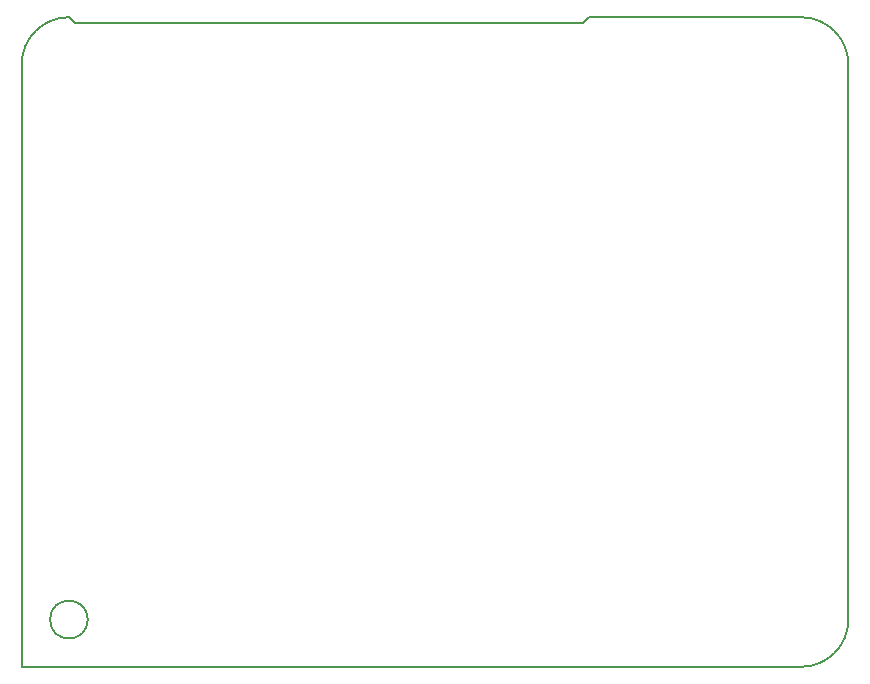
<source format=gbr>
G04 #@! TF.FileFunction,Profile,NP*
%FSLAX46Y46*%
G04 Gerber Fmt 4.6, Leading zero omitted, Abs format (unit mm)*
G04 Created by KiCad (PCBNEW 4.0.6) date 12/04/17 18:38:42*
%MOMM*%
%LPD*%
G01*
G04 APERTURE LIST*
%ADD10C,0.050000*%
%ADD11C,0.150000*%
G04 APERTURE END LIST*
D10*
D11*
X164060000Y-54880000D02*
X146060000Y-54880000D01*
X164060000Y-109880000D02*
X98060000Y-109880000D01*
X168060000Y-105880000D02*
X168060000Y-58880000D01*
X164060000Y-109880000D02*
G75*
G03X168060000Y-105880000I0J4000000D01*
G01*
X168060000Y-58880000D02*
G75*
G03X164060000Y-54880000I-4000000J0D01*
G01*
X103660000Y-105880000D02*
G75*
G03X103660000Y-105880000I-1600000J0D01*
G01*
X98060000Y-58880000D02*
X98060000Y-109880000D01*
X145560000Y-55380000D02*
X146060000Y-54880000D01*
X102560000Y-55380000D02*
X145560000Y-55380000D01*
X102060000Y-54880000D02*
X102560000Y-55380000D01*
X102060000Y-54880000D02*
G75*
G03X98060000Y-58880000I0J-4000000D01*
G01*
M02*

</source>
